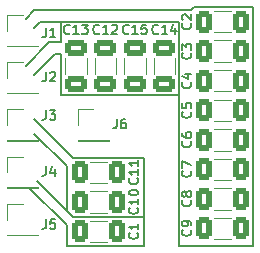
<source format=gto>
G04 #@! TF.GenerationSoftware,KiCad,Pcbnew,(7.0.0)*
G04 #@! TF.CreationDate,2023-03-10T18:26:51+01:00*
G04 #@! TF.ProjectId,CapacitorBox1206,43617061-6369-4746-9f72-426f78313230,rev?*
G04 #@! TF.SameCoordinates,Original*
G04 #@! TF.FileFunction,Legend,Top*
G04 #@! TF.FilePolarity,Positive*
%FSLAX46Y46*%
G04 Gerber Fmt 4.6, Leading zero omitted, Abs format (unit mm)*
G04 Created by KiCad (PCBNEW (7.0.0)) date 2023-03-10 18:26:51*
%MOMM*%
%LPD*%
G01*
G04 APERTURE LIST*
G04 Aperture macros list*
%AMRoundRect*
0 Rectangle with rounded corners*
0 $1 Rounding radius*
0 $2 $3 $4 $5 $6 $7 $8 $9 X,Y pos of 4 corners*
0 Add a 4 corners polygon primitive as box body*
4,1,4,$2,$3,$4,$5,$6,$7,$8,$9,$2,$3,0*
0 Add four circle primitives for the rounded corners*
1,1,$1+$1,$2,$3*
1,1,$1+$1,$4,$5*
1,1,$1+$1,$6,$7*
1,1,$1+$1,$8,$9*
0 Add four rect primitives between the rounded corners*
20,1,$1+$1,$2,$3,$4,$5,0*
20,1,$1+$1,$4,$5,$6,$7,0*
20,1,$1+$1,$6,$7,$8,$9,0*
20,1,$1+$1,$8,$9,$2,$3,0*%
G04 Aperture macros list end*
%ADD10C,0.150000*%
%ADD11C,0.120000*%
%ADD12RoundRect,0.250000X-0.412500X-0.650000X0.412500X-0.650000X0.412500X0.650000X-0.412500X0.650000X0*%
%ADD13RoundRect,0.250000X-0.650000X0.412500X-0.650000X-0.412500X0.650000X-0.412500X0.650000X0.412500X0*%
%ADD14R,1.700000X1.700000*%
G04 #@! TA.AperFunction,Profile*
%ADD15C,0.100000*%
G04 #@! TD*
G04 APERTURE END LIST*
D10*
X105250000Y-104000000D02*
X103250000Y-106000000D01*
X113250000Y-121250000D02*
X106750000Y-121250000D01*
X107250000Y-118750000D02*
X113250000Y-118750000D01*
X106750000Y-114500000D02*
X106750000Y-118250000D01*
X104000000Y-101250000D02*
X103250000Y-102000000D01*
X106250000Y-104000000D02*
X105250000Y-104000000D01*
X106750000Y-118250000D02*
X104250000Y-115750000D01*
X113250000Y-118750000D02*
X113250000Y-113750000D01*
X122500000Y-121250000D02*
X116250000Y-121250000D01*
X106750000Y-114500000D02*
X104000000Y-111750000D01*
X106750000Y-119500000D02*
X103500000Y-116330000D01*
X122500000Y-101000000D02*
X122500000Y-121250000D01*
X106250000Y-105000000D02*
X106250000Y-108500000D01*
X106250000Y-102250000D02*
X104500000Y-102250000D01*
X106750000Y-118250000D02*
X107250000Y-118750000D01*
X117500000Y-101000000D02*
X122500000Y-101000000D01*
X106750000Y-121250000D02*
X106750000Y-119500000D01*
X113250000Y-113750000D02*
X107250000Y-113750000D01*
X116250000Y-108500000D02*
X106250000Y-108500000D01*
X107250000Y-113750000D02*
X104000000Y-110500000D01*
X116250000Y-102250000D02*
X116250000Y-121250000D01*
X106250000Y-102250000D02*
X116250000Y-102250000D01*
X104500000Y-102250000D02*
X104000000Y-102750000D01*
X117500000Y-101000000D02*
X117250000Y-101250000D01*
X105750000Y-105000000D02*
X104000000Y-106750000D01*
X106250000Y-104000000D02*
X106250000Y-102250000D01*
X117250000Y-101250000D02*
X104000000Y-101250000D01*
X106250000Y-105000000D02*
X105750000Y-105000000D01*
X113250000Y-118750000D02*
X113250000Y-121250000D01*
X117217714Y-119883332D02*
X117255809Y-119921428D01*
X117255809Y-119921428D02*
X117293904Y-120035713D01*
X117293904Y-120035713D02*
X117293904Y-120111904D01*
X117293904Y-120111904D02*
X117255809Y-120226190D01*
X117255809Y-120226190D02*
X117179619Y-120302380D01*
X117179619Y-120302380D02*
X117103428Y-120340475D01*
X117103428Y-120340475D02*
X116951047Y-120378571D01*
X116951047Y-120378571D02*
X116836761Y-120378571D01*
X116836761Y-120378571D02*
X116684380Y-120340475D01*
X116684380Y-120340475D02*
X116608190Y-120302380D01*
X116608190Y-120302380D02*
X116532000Y-120226190D01*
X116532000Y-120226190D02*
X116493904Y-120111904D01*
X116493904Y-120111904D02*
X116493904Y-120035713D01*
X116493904Y-120035713D02*
X116532000Y-119921428D01*
X116532000Y-119921428D02*
X116570095Y-119883332D01*
X117293904Y-119502380D02*
X117293904Y-119349999D01*
X117293904Y-119349999D02*
X117255809Y-119273809D01*
X117255809Y-119273809D02*
X117217714Y-119235713D01*
X117217714Y-119235713D02*
X117103428Y-119159523D01*
X117103428Y-119159523D02*
X116951047Y-119121428D01*
X116951047Y-119121428D02*
X116646285Y-119121428D01*
X116646285Y-119121428D02*
X116570095Y-119159523D01*
X116570095Y-119159523D02*
X116532000Y-119197618D01*
X116532000Y-119197618D02*
X116493904Y-119273809D01*
X116493904Y-119273809D02*
X116493904Y-119426190D01*
X116493904Y-119426190D02*
X116532000Y-119502380D01*
X116532000Y-119502380D02*
X116570095Y-119540475D01*
X116570095Y-119540475D02*
X116646285Y-119578571D01*
X116646285Y-119578571D02*
X116836761Y-119578571D01*
X116836761Y-119578571D02*
X116912952Y-119540475D01*
X116912952Y-119540475D02*
X116951047Y-119502380D01*
X116951047Y-119502380D02*
X116989142Y-119426190D01*
X116989142Y-119426190D02*
X116989142Y-119273809D01*
X116989142Y-119273809D02*
X116951047Y-119197618D01*
X116951047Y-119197618D02*
X116912952Y-119159523D01*
X116912952Y-119159523D02*
X116836761Y-119121428D01*
X117217714Y-117383332D02*
X117255809Y-117421428D01*
X117255809Y-117421428D02*
X117293904Y-117535713D01*
X117293904Y-117535713D02*
X117293904Y-117611904D01*
X117293904Y-117611904D02*
X117255809Y-117726190D01*
X117255809Y-117726190D02*
X117179619Y-117802380D01*
X117179619Y-117802380D02*
X117103428Y-117840475D01*
X117103428Y-117840475D02*
X116951047Y-117878571D01*
X116951047Y-117878571D02*
X116836761Y-117878571D01*
X116836761Y-117878571D02*
X116684380Y-117840475D01*
X116684380Y-117840475D02*
X116608190Y-117802380D01*
X116608190Y-117802380D02*
X116532000Y-117726190D01*
X116532000Y-117726190D02*
X116493904Y-117611904D01*
X116493904Y-117611904D02*
X116493904Y-117535713D01*
X116493904Y-117535713D02*
X116532000Y-117421428D01*
X116532000Y-117421428D02*
X116570095Y-117383332D01*
X116836761Y-116926190D02*
X116798666Y-117002380D01*
X116798666Y-117002380D02*
X116760571Y-117040475D01*
X116760571Y-117040475D02*
X116684380Y-117078571D01*
X116684380Y-117078571D02*
X116646285Y-117078571D01*
X116646285Y-117078571D02*
X116570095Y-117040475D01*
X116570095Y-117040475D02*
X116532000Y-117002380D01*
X116532000Y-117002380D02*
X116493904Y-116926190D01*
X116493904Y-116926190D02*
X116493904Y-116773809D01*
X116493904Y-116773809D02*
X116532000Y-116697618D01*
X116532000Y-116697618D02*
X116570095Y-116659523D01*
X116570095Y-116659523D02*
X116646285Y-116621428D01*
X116646285Y-116621428D02*
X116684380Y-116621428D01*
X116684380Y-116621428D02*
X116760571Y-116659523D01*
X116760571Y-116659523D02*
X116798666Y-116697618D01*
X116798666Y-116697618D02*
X116836761Y-116773809D01*
X116836761Y-116773809D02*
X116836761Y-116926190D01*
X116836761Y-116926190D02*
X116874857Y-117002380D01*
X116874857Y-117002380D02*
X116912952Y-117040475D01*
X116912952Y-117040475D02*
X116989142Y-117078571D01*
X116989142Y-117078571D02*
X117141523Y-117078571D01*
X117141523Y-117078571D02*
X117217714Y-117040475D01*
X117217714Y-117040475D02*
X117255809Y-117002380D01*
X117255809Y-117002380D02*
X117293904Y-116926190D01*
X117293904Y-116926190D02*
X117293904Y-116773809D01*
X117293904Y-116773809D02*
X117255809Y-116697618D01*
X117255809Y-116697618D02*
X117217714Y-116659523D01*
X117217714Y-116659523D02*
X117141523Y-116621428D01*
X117141523Y-116621428D02*
X116989142Y-116621428D01*
X116989142Y-116621428D02*
X116912952Y-116659523D01*
X116912952Y-116659523D02*
X116874857Y-116697618D01*
X116874857Y-116697618D02*
X116836761Y-116773809D01*
X109485714Y-103217714D02*
X109447618Y-103255809D01*
X109447618Y-103255809D02*
X109333333Y-103293904D01*
X109333333Y-103293904D02*
X109257142Y-103293904D01*
X109257142Y-103293904D02*
X109142856Y-103255809D01*
X109142856Y-103255809D02*
X109066666Y-103179619D01*
X109066666Y-103179619D02*
X109028571Y-103103428D01*
X109028571Y-103103428D02*
X108990475Y-102951047D01*
X108990475Y-102951047D02*
X108990475Y-102836761D01*
X108990475Y-102836761D02*
X109028571Y-102684380D01*
X109028571Y-102684380D02*
X109066666Y-102608190D01*
X109066666Y-102608190D02*
X109142856Y-102532000D01*
X109142856Y-102532000D02*
X109257142Y-102493904D01*
X109257142Y-102493904D02*
X109333333Y-102493904D01*
X109333333Y-102493904D02*
X109447618Y-102532000D01*
X109447618Y-102532000D02*
X109485714Y-102570095D01*
X110247618Y-103293904D02*
X109790475Y-103293904D01*
X110019047Y-103293904D02*
X110019047Y-102493904D01*
X110019047Y-102493904D02*
X109942856Y-102608190D01*
X109942856Y-102608190D02*
X109866666Y-102684380D01*
X109866666Y-102684380D02*
X109790475Y-102722476D01*
X110552380Y-102570095D02*
X110590476Y-102532000D01*
X110590476Y-102532000D02*
X110666666Y-102493904D01*
X110666666Y-102493904D02*
X110857142Y-102493904D01*
X110857142Y-102493904D02*
X110933333Y-102532000D01*
X110933333Y-102532000D02*
X110971428Y-102570095D01*
X110971428Y-102570095D02*
X111009523Y-102646285D01*
X111009523Y-102646285D02*
X111009523Y-102722476D01*
X111009523Y-102722476D02*
X110971428Y-102836761D01*
X110971428Y-102836761D02*
X110514285Y-103293904D01*
X110514285Y-103293904D02*
X111009523Y-103293904D01*
X104983333Y-114493904D02*
X104983333Y-115065333D01*
X104983333Y-115065333D02*
X104945238Y-115179619D01*
X104945238Y-115179619D02*
X104869047Y-115255809D01*
X104869047Y-115255809D02*
X104754762Y-115293904D01*
X104754762Y-115293904D02*
X104678571Y-115293904D01*
X105707143Y-114760571D02*
X105707143Y-115293904D01*
X105516667Y-114455809D02*
X105326190Y-115027238D01*
X105326190Y-115027238D02*
X105821429Y-115027238D01*
X104983333Y-118993904D02*
X104983333Y-119565333D01*
X104983333Y-119565333D02*
X104945238Y-119679619D01*
X104945238Y-119679619D02*
X104869047Y-119755809D01*
X104869047Y-119755809D02*
X104754762Y-119793904D01*
X104754762Y-119793904D02*
X104678571Y-119793904D01*
X105745238Y-118993904D02*
X105364286Y-118993904D01*
X105364286Y-118993904D02*
X105326190Y-119374857D01*
X105326190Y-119374857D02*
X105364286Y-119336761D01*
X105364286Y-119336761D02*
X105440476Y-119298666D01*
X105440476Y-119298666D02*
X105630952Y-119298666D01*
X105630952Y-119298666D02*
X105707143Y-119336761D01*
X105707143Y-119336761D02*
X105745238Y-119374857D01*
X105745238Y-119374857D02*
X105783333Y-119451047D01*
X105783333Y-119451047D02*
X105783333Y-119641523D01*
X105783333Y-119641523D02*
X105745238Y-119717714D01*
X105745238Y-119717714D02*
X105707143Y-119755809D01*
X105707143Y-119755809D02*
X105630952Y-119793904D01*
X105630952Y-119793904D02*
X105440476Y-119793904D01*
X105440476Y-119793904D02*
X105364286Y-119755809D01*
X105364286Y-119755809D02*
X105326190Y-119717714D01*
X111985714Y-103217714D02*
X111947618Y-103255809D01*
X111947618Y-103255809D02*
X111833333Y-103293904D01*
X111833333Y-103293904D02*
X111757142Y-103293904D01*
X111757142Y-103293904D02*
X111642856Y-103255809D01*
X111642856Y-103255809D02*
X111566666Y-103179619D01*
X111566666Y-103179619D02*
X111528571Y-103103428D01*
X111528571Y-103103428D02*
X111490475Y-102951047D01*
X111490475Y-102951047D02*
X111490475Y-102836761D01*
X111490475Y-102836761D02*
X111528571Y-102684380D01*
X111528571Y-102684380D02*
X111566666Y-102608190D01*
X111566666Y-102608190D02*
X111642856Y-102532000D01*
X111642856Y-102532000D02*
X111757142Y-102493904D01*
X111757142Y-102493904D02*
X111833333Y-102493904D01*
X111833333Y-102493904D02*
X111947618Y-102532000D01*
X111947618Y-102532000D02*
X111985714Y-102570095D01*
X112747618Y-103293904D02*
X112290475Y-103293904D01*
X112519047Y-103293904D02*
X112519047Y-102493904D01*
X112519047Y-102493904D02*
X112442856Y-102608190D01*
X112442856Y-102608190D02*
X112366666Y-102684380D01*
X112366666Y-102684380D02*
X112290475Y-102722476D01*
X113471428Y-102493904D02*
X113090476Y-102493904D01*
X113090476Y-102493904D02*
X113052380Y-102874857D01*
X113052380Y-102874857D02*
X113090476Y-102836761D01*
X113090476Y-102836761D02*
X113166666Y-102798666D01*
X113166666Y-102798666D02*
X113357142Y-102798666D01*
X113357142Y-102798666D02*
X113433333Y-102836761D01*
X113433333Y-102836761D02*
X113471428Y-102874857D01*
X113471428Y-102874857D02*
X113509523Y-102951047D01*
X113509523Y-102951047D02*
X113509523Y-103141523D01*
X113509523Y-103141523D02*
X113471428Y-103217714D01*
X113471428Y-103217714D02*
X113433333Y-103255809D01*
X113433333Y-103255809D02*
X113357142Y-103293904D01*
X113357142Y-103293904D02*
X113166666Y-103293904D01*
X113166666Y-103293904D02*
X113090476Y-103255809D01*
X113090476Y-103255809D02*
X113052380Y-103217714D01*
X106985714Y-103217714D02*
X106947618Y-103255809D01*
X106947618Y-103255809D02*
X106833333Y-103293904D01*
X106833333Y-103293904D02*
X106757142Y-103293904D01*
X106757142Y-103293904D02*
X106642856Y-103255809D01*
X106642856Y-103255809D02*
X106566666Y-103179619D01*
X106566666Y-103179619D02*
X106528571Y-103103428D01*
X106528571Y-103103428D02*
X106490475Y-102951047D01*
X106490475Y-102951047D02*
X106490475Y-102836761D01*
X106490475Y-102836761D02*
X106528571Y-102684380D01*
X106528571Y-102684380D02*
X106566666Y-102608190D01*
X106566666Y-102608190D02*
X106642856Y-102532000D01*
X106642856Y-102532000D02*
X106757142Y-102493904D01*
X106757142Y-102493904D02*
X106833333Y-102493904D01*
X106833333Y-102493904D02*
X106947618Y-102532000D01*
X106947618Y-102532000D02*
X106985714Y-102570095D01*
X107747618Y-103293904D02*
X107290475Y-103293904D01*
X107519047Y-103293904D02*
X107519047Y-102493904D01*
X107519047Y-102493904D02*
X107442856Y-102608190D01*
X107442856Y-102608190D02*
X107366666Y-102684380D01*
X107366666Y-102684380D02*
X107290475Y-102722476D01*
X108014285Y-102493904D02*
X108509523Y-102493904D01*
X108509523Y-102493904D02*
X108242857Y-102798666D01*
X108242857Y-102798666D02*
X108357142Y-102798666D01*
X108357142Y-102798666D02*
X108433333Y-102836761D01*
X108433333Y-102836761D02*
X108471428Y-102874857D01*
X108471428Y-102874857D02*
X108509523Y-102951047D01*
X108509523Y-102951047D02*
X108509523Y-103141523D01*
X108509523Y-103141523D02*
X108471428Y-103217714D01*
X108471428Y-103217714D02*
X108433333Y-103255809D01*
X108433333Y-103255809D02*
X108357142Y-103293904D01*
X108357142Y-103293904D02*
X108128571Y-103293904D01*
X108128571Y-103293904D02*
X108052380Y-103255809D01*
X108052380Y-103255809D02*
X108014285Y-103217714D01*
X104983333Y-102743904D02*
X104983333Y-103315333D01*
X104983333Y-103315333D02*
X104945238Y-103429619D01*
X104945238Y-103429619D02*
X104869047Y-103505809D01*
X104869047Y-103505809D02*
X104754762Y-103543904D01*
X104754762Y-103543904D02*
X104678571Y-103543904D01*
X105783333Y-103543904D02*
X105326190Y-103543904D01*
X105554762Y-103543904D02*
X105554762Y-102743904D01*
X105554762Y-102743904D02*
X105478571Y-102858190D01*
X105478571Y-102858190D02*
X105402381Y-102934380D01*
X105402381Y-102934380D02*
X105326190Y-102972476D01*
X110983333Y-110493904D02*
X110983333Y-111065333D01*
X110983333Y-111065333D02*
X110945238Y-111179619D01*
X110945238Y-111179619D02*
X110869047Y-111255809D01*
X110869047Y-111255809D02*
X110754762Y-111293904D01*
X110754762Y-111293904D02*
X110678571Y-111293904D01*
X111707143Y-110493904D02*
X111554762Y-110493904D01*
X111554762Y-110493904D02*
X111478571Y-110532000D01*
X111478571Y-110532000D02*
X111440476Y-110570095D01*
X111440476Y-110570095D02*
X111364286Y-110684380D01*
X111364286Y-110684380D02*
X111326190Y-110836761D01*
X111326190Y-110836761D02*
X111326190Y-111141523D01*
X111326190Y-111141523D02*
X111364286Y-111217714D01*
X111364286Y-111217714D02*
X111402381Y-111255809D01*
X111402381Y-111255809D02*
X111478571Y-111293904D01*
X111478571Y-111293904D02*
X111630952Y-111293904D01*
X111630952Y-111293904D02*
X111707143Y-111255809D01*
X111707143Y-111255809D02*
X111745238Y-111217714D01*
X111745238Y-111217714D02*
X111783333Y-111141523D01*
X111783333Y-111141523D02*
X111783333Y-110951047D01*
X111783333Y-110951047D02*
X111745238Y-110874857D01*
X111745238Y-110874857D02*
X111707143Y-110836761D01*
X111707143Y-110836761D02*
X111630952Y-110798666D01*
X111630952Y-110798666D02*
X111478571Y-110798666D01*
X111478571Y-110798666D02*
X111402381Y-110836761D01*
X111402381Y-110836761D02*
X111364286Y-110874857D01*
X111364286Y-110874857D02*
X111326190Y-110951047D01*
X112717714Y-118014285D02*
X112755809Y-118052381D01*
X112755809Y-118052381D02*
X112793904Y-118166666D01*
X112793904Y-118166666D02*
X112793904Y-118242857D01*
X112793904Y-118242857D02*
X112755809Y-118357143D01*
X112755809Y-118357143D02*
X112679619Y-118433333D01*
X112679619Y-118433333D02*
X112603428Y-118471428D01*
X112603428Y-118471428D02*
X112451047Y-118509524D01*
X112451047Y-118509524D02*
X112336761Y-118509524D01*
X112336761Y-118509524D02*
X112184380Y-118471428D01*
X112184380Y-118471428D02*
X112108190Y-118433333D01*
X112108190Y-118433333D02*
X112032000Y-118357143D01*
X112032000Y-118357143D02*
X111993904Y-118242857D01*
X111993904Y-118242857D02*
X111993904Y-118166666D01*
X111993904Y-118166666D02*
X112032000Y-118052381D01*
X112032000Y-118052381D02*
X112070095Y-118014285D01*
X112793904Y-117252381D02*
X112793904Y-117709524D01*
X112793904Y-117480952D02*
X111993904Y-117480952D01*
X111993904Y-117480952D02*
X112108190Y-117557143D01*
X112108190Y-117557143D02*
X112184380Y-117633333D01*
X112184380Y-117633333D02*
X112222476Y-117709524D01*
X111993904Y-116757142D02*
X111993904Y-116680952D01*
X111993904Y-116680952D02*
X112032000Y-116604761D01*
X112032000Y-116604761D02*
X112070095Y-116566666D01*
X112070095Y-116566666D02*
X112146285Y-116528571D01*
X112146285Y-116528571D02*
X112298666Y-116490476D01*
X112298666Y-116490476D02*
X112489142Y-116490476D01*
X112489142Y-116490476D02*
X112641523Y-116528571D01*
X112641523Y-116528571D02*
X112717714Y-116566666D01*
X112717714Y-116566666D02*
X112755809Y-116604761D01*
X112755809Y-116604761D02*
X112793904Y-116680952D01*
X112793904Y-116680952D02*
X112793904Y-116757142D01*
X112793904Y-116757142D02*
X112755809Y-116833333D01*
X112755809Y-116833333D02*
X112717714Y-116871428D01*
X112717714Y-116871428D02*
X112641523Y-116909523D01*
X112641523Y-116909523D02*
X112489142Y-116947619D01*
X112489142Y-116947619D02*
X112298666Y-116947619D01*
X112298666Y-116947619D02*
X112146285Y-116909523D01*
X112146285Y-116909523D02*
X112070095Y-116871428D01*
X112070095Y-116871428D02*
X112032000Y-116833333D01*
X112032000Y-116833333D02*
X111993904Y-116757142D01*
X114485714Y-103217714D02*
X114447618Y-103255809D01*
X114447618Y-103255809D02*
X114333333Y-103293904D01*
X114333333Y-103293904D02*
X114257142Y-103293904D01*
X114257142Y-103293904D02*
X114142856Y-103255809D01*
X114142856Y-103255809D02*
X114066666Y-103179619D01*
X114066666Y-103179619D02*
X114028571Y-103103428D01*
X114028571Y-103103428D02*
X113990475Y-102951047D01*
X113990475Y-102951047D02*
X113990475Y-102836761D01*
X113990475Y-102836761D02*
X114028571Y-102684380D01*
X114028571Y-102684380D02*
X114066666Y-102608190D01*
X114066666Y-102608190D02*
X114142856Y-102532000D01*
X114142856Y-102532000D02*
X114257142Y-102493904D01*
X114257142Y-102493904D02*
X114333333Y-102493904D01*
X114333333Y-102493904D02*
X114447618Y-102532000D01*
X114447618Y-102532000D02*
X114485714Y-102570095D01*
X115247618Y-103293904D02*
X114790475Y-103293904D01*
X115019047Y-103293904D02*
X115019047Y-102493904D01*
X115019047Y-102493904D02*
X114942856Y-102608190D01*
X114942856Y-102608190D02*
X114866666Y-102684380D01*
X114866666Y-102684380D02*
X114790475Y-102722476D01*
X115933333Y-102760571D02*
X115933333Y-103293904D01*
X115742857Y-102455809D02*
X115552380Y-103027238D01*
X115552380Y-103027238D02*
X116047619Y-103027238D01*
X117217714Y-114883332D02*
X117255809Y-114921428D01*
X117255809Y-114921428D02*
X117293904Y-115035713D01*
X117293904Y-115035713D02*
X117293904Y-115111904D01*
X117293904Y-115111904D02*
X117255809Y-115226190D01*
X117255809Y-115226190D02*
X117179619Y-115302380D01*
X117179619Y-115302380D02*
X117103428Y-115340475D01*
X117103428Y-115340475D02*
X116951047Y-115378571D01*
X116951047Y-115378571D02*
X116836761Y-115378571D01*
X116836761Y-115378571D02*
X116684380Y-115340475D01*
X116684380Y-115340475D02*
X116608190Y-115302380D01*
X116608190Y-115302380D02*
X116532000Y-115226190D01*
X116532000Y-115226190D02*
X116493904Y-115111904D01*
X116493904Y-115111904D02*
X116493904Y-115035713D01*
X116493904Y-115035713D02*
X116532000Y-114921428D01*
X116532000Y-114921428D02*
X116570095Y-114883332D01*
X116493904Y-114616666D02*
X116493904Y-114083332D01*
X116493904Y-114083332D02*
X117293904Y-114426190D01*
X117217714Y-104883332D02*
X117255809Y-104921428D01*
X117255809Y-104921428D02*
X117293904Y-105035713D01*
X117293904Y-105035713D02*
X117293904Y-105111904D01*
X117293904Y-105111904D02*
X117255809Y-105226190D01*
X117255809Y-105226190D02*
X117179619Y-105302380D01*
X117179619Y-105302380D02*
X117103428Y-105340475D01*
X117103428Y-105340475D02*
X116951047Y-105378571D01*
X116951047Y-105378571D02*
X116836761Y-105378571D01*
X116836761Y-105378571D02*
X116684380Y-105340475D01*
X116684380Y-105340475D02*
X116608190Y-105302380D01*
X116608190Y-105302380D02*
X116532000Y-105226190D01*
X116532000Y-105226190D02*
X116493904Y-105111904D01*
X116493904Y-105111904D02*
X116493904Y-105035713D01*
X116493904Y-105035713D02*
X116532000Y-104921428D01*
X116532000Y-104921428D02*
X116570095Y-104883332D01*
X116493904Y-104616666D02*
X116493904Y-104121428D01*
X116493904Y-104121428D02*
X116798666Y-104388094D01*
X116798666Y-104388094D02*
X116798666Y-104273809D01*
X116798666Y-104273809D02*
X116836761Y-104197618D01*
X116836761Y-104197618D02*
X116874857Y-104159523D01*
X116874857Y-104159523D02*
X116951047Y-104121428D01*
X116951047Y-104121428D02*
X117141523Y-104121428D01*
X117141523Y-104121428D02*
X117217714Y-104159523D01*
X117217714Y-104159523D02*
X117255809Y-104197618D01*
X117255809Y-104197618D02*
X117293904Y-104273809D01*
X117293904Y-104273809D02*
X117293904Y-104502380D01*
X117293904Y-104502380D02*
X117255809Y-104578571D01*
X117255809Y-104578571D02*
X117217714Y-104616666D01*
X104983333Y-109743904D02*
X104983333Y-110315333D01*
X104983333Y-110315333D02*
X104945238Y-110429619D01*
X104945238Y-110429619D02*
X104869047Y-110505809D01*
X104869047Y-110505809D02*
X104754762Y-110543904D01*
X104754762Y-110543904D02*
X104678571Y-110543904D01*
X105288095Y-109743904D02*
X105783333Y-109743904D01*
X105783333Y-109743904D02*
X105516667Y-110048666D01*
X105516667Y-110048666D02*
X105630952Y-110048666D01*
X105630952Y-110048666D02*
X105707143Y-110086761D01*
X105707143Y-110086761D02*
X105745238Y-110124857D01*
X105745238Y-110124857D02*
X105783333Y-110201047D01*
X105783333Y-110201047D02*
X105783333Y-110391523D01*
X105783333Y-110391523D02*
X105745238Y-110467714D01*
X105745238Y-110467714D02*
X105707143Y-110505809D01*
X105707143Y-110505809D02*
X105630952Y-110543904D01*
X105630952Y-110543904D02*
X105402381Y-110543904D01*
X105402381Y-110543904D02*
X105326190Y-110505809D01*
X105326190Y-110505809D02*
X105288095Y-110467714D01*
X117217714Y-107383332D02*
X117255809Y-107421428D01*
X117255809Y-107421428D02*
X117293904Y-107535713D01*
X117293904Y-107535713D02*
X117293904Y-107611904D01*
X117293904Y-107611904D02*
X117255809Y-107726190D01*
X117255809Y-107726190D02*
X117179619Y-107802380D01*
X117179619Y-107802380D02*
X117103428Y-107840475D01*
X117103428Y-107840475D02*
X116951047Y-107878571D01*
X116951047Y-107878571D02*
X116836761Y-107878571D01*
X116836761Y-107878571D02*
X116684380Y-107840475D01*
X116684380Y-107840475D02*
X116608190Y-107802380D01*
X116608190Y-107802380D02*
X116532000Y-107726190D01*
X116532000Y-107726190D02*
X116493904Y-107611904D01*
X116493904Y-107611904D02*
X116493904Y-107535713D01*
X116493904Y-107535713D02*
X116532000Y-107421428D01*
X116532000Y-107421428D02*
X116570095Y-107383332D01*
X116760571Y-106697618D02*
X117293904Y-106697618D01*
X116455809Y-106888094D02*
X117027238Y-107078571D01*
X117027238Y-107078571D02*
X117027238Y-106583332D01*
X117217714Y-102383332D02*
X117255809Y-102421428D01*
X117255809Y-102421428D02*
X117293904Y-102535713D01*
X117293904Y-102535713D02*
X117293904Y-102611904D01*
X117293904Y-102611904D02*
X117255809Y-102726190D01*
X117255809Y-102726190D02*
X117179619Y-102802380D01*
X117179619Y-102802380D02*
X117103428Y-102840475D01*
X117103428Y-102840475D02*
X116951047Y-102878571D01*
X116951047Y-102878571D02*
X116836761Y-102878571D01*
X116836761Y-102878571D02*
X116684380Y-102840475D01*
X116684380Y-102840475D02*
X116608190Y-102802380D01*
X116608190Y-102802380D02*
X116532000Y-102726190D01*
X116532000Y-102726190D02*
X116493904Y-102611904D01*
X116493904Y-102611904D02*
X116493904Y-102535713D01*
X116493904Y-102535713D02*
X116532000Y-102421428D01*
X116532000Y-102421428D02*
X116570095Y-102383332D01*
X116570095Y-102078571D02*
X116532000Y-102040475D01*
X116532000Y-102040475D02*
X116493904Y-101964285D01*
X116493904Y-101964285D02*
X116493904Y-101773809D01*
X116493904Y-101773809D02*
X116532000Y-101697618D01*
X116532000Y-101697618D02*
X116570095Y-101659523D01*
X116570095Y-101659523D02*
X116646285Y-101621428D01*
X116646285Y-101621428D02*
X116722476Y-101621428D01*
X116722476Y-101621428D02*
X116836761Y-101659523D01*
X116836761Y-101659523D02*
X117293904Y-102116666D01*
X117293904Y-102116666D02*
X117293904Y-101621428D01*
X117217714Y-112383332D02*
X117255809Y-112421428D01*
X117255809Y-112421428D02*
X117293904Y-112535713D01*
X117293904Y-112535713D02*
X117293904Y-112611904D01*
X117293904Y-112611904D02*
X117255809Y-112726190D01*
X117255809Y-112726190D02*
X117179619Y-112802380D01*
X117179619Y-112802380D02*
X117103428Y-112840475D01*
X117103428Y-112840475D02*
X116951047Y-112878571D01*
X116951047Y-112878571D02*
X116836761Y-112878571D01*
X116836761Y-112878571D02*
X116684380Y-112840475D01*
X116684380Y-112840475D02*
X116608190Y-112802380D01*
X116608190Y-112802380D02*
X116532000Y-112726190D01*
X116532000Y-112726190D02*
X116493904Y-112611904D01*
X116493904Y-112611904D02*
X116493904Y-112535713D01*
X116493904Y-112535713D02*
X116532000Y-112421428D01*
X116532000Y-112421428D02*
X116570095Y-112383332D01*
X116493904Y-111697618D02*
X116493904Y-111849999D01*
X116493904Y-111849999D02*
X116532000Y-111926190D01*
X116532000Y-111926190D02*
X116570095Y-111964285D01*
X116570095Y-111964285D02*
X116684380Y-112040475D01*
X116684380Y-112040475D02*
X116836761Y-112078571D01*
X116836761Y-112078571D02*
X117141523Y-112078571D01*
X117141523Y-112078571D02*
X117217714Y-112040475D01*
X117217714Y-112040475D02*
X117255809Y-112002380D01*
X117255809Y-112002380D02*
X117293904Y-111926190D01*
X117293904Y-111926190D02*
X117293904Y-111773809D01*
X117293904Y-111773809D02*
X117255809Y-111697618D01*
X117255809Y-111697618D02*
X117217714Y-111659523D01*
X117217714Y-111659523D02*
X117141523Y-111621428D01*
X117141523Y-111621428D02*
X116951047Y-111621428D01*
X116951047Y-111621428D02*
X116874857Y-111659523D01*
X116874857Y-111659523D02*
X116836761Y-111697618D01*
X116836761Y-111697618D02*
X116798666Y-111773809D01*
X116798666Y-111773809D02*
X116798666Y-111926190D01*
X116798666Y-111926190D02*
X116836761Y-112002380D01*
X116836761Y-112002380D02*
X116874857Y-112040475D01*
X116874857Y-112040475D02*
X116951047Y-112078571D01*
X112717714Y-115514285D02*
X112755809Y-115552381D01*
X112755809Y-115552381D02*
X112793904Y-115666666D01*
X112793904Y-115666666D02*
X112793904Y-115742857D01*
X112793904Y-115742857D02*
X112755809Y-115857143D01*
X112755809Y-115857143D02*
X112679619Y-115933333D01*
X112679619Y-115933333D02*
X112603428Y-115971428D01*
X112603428Y-115971428D02*
X112451047Y-116009524D01*
X112451047Y-116009524D02*
X112336761Y-116009524D01*
X112336761Y-116009524D02*
X112184380Y-115971428D01*
X112184380Y-115971428D02*
X112108190Y-115933333D01*
X112108190Y-115933333D02*
X112032000Y-115857143D01*
X112032000Y-115857143D02*
X111993904Y-115742857D01*
X111993904Y-115742857D02*
X111993904Y-115666666D01*
X111993904Y-115666666D02*
X112032000Y-115552381D01*
X112032000Y-115552381D02*
X112070095Y-115514285D01*
X112793904Y-114752381D02*
X112793904Y-115209524D01*
X112793904Y-114980952D02*
X111993904Y-114980952D01*
X111993904Y-114980952D02*
X112108190Y-115057143D01*
X112108190Y-115057143D02*
X112184380Y-115133333D01*
X112184380Y-115133333D02*
X112222476Y-115209524D01*
X112793904Y-113990476D02*
X112793904Y-114447619D01*
X112793904Y-114219047D02*
X111993904Y-114219047D01*
X111993904Y-114219047D02*
X112108190Y-114295238D01*
X112108190Y-114295238D02*
X112184380Y-114371428D01*
X112184380Y-114371428D02*
X112222476Y-114447619D01*
X104983333Y-106493904D02*
X104983333Y-107065333D01*
X104983333Y-107065333D02*
X104945238Y-107179619D01*
X104945238Y-107179619D02*
X104869047Y-107255809D01*
X104869047Y-107255809D02*
X104754762Y-107293904D01*
X104754762Y-107293904D02*
X104678571Y-107293904D01*
X105326190Y-106570095D02*
X105364286Y-106532000D01*
X105364286Y-106532000D02*
X105440476Y-106493904D01*
X105440476Y-106493904D02*
X105630952Y-106493904D01*
X105630952Y-106493904D02*
X105707143Y-106532000D01*
X105707143Y-106532000D02*
X105745238Y-106570095D01*
X105745238Y-106570095D02*
X105783333Y-106646285D01*
X105783333Y-106646285D02*
X105783333Y-106722476D01*
X105783333Y-106722476D02*
X105745238Y-106836761D01*
X105745238Y-106836761D02*
X105288095Y-107293904D01*
X105288095Y-107293904D02*
X105783333Y-107293904D01*
X117217714Y-109883332D02*
X117255809Y-109921428D01*
X117255809Y-109921428D02*
X117293904Y-110035713D01*
X117293904Y-110035713D02*
X117293904Y-110111904D01*
X117293904Y-110111904D02*
X117255809Y-110226190D01*
X117255809Y-110226190D02*
X117179619Y-110302380D01*
X117179619Y-110302380D02*
X117103428Y-110340475D01*
X117103428Y-110340475D02*
X116951047Y-110378571D01*
X116951047Y-110378571D02*
X116836761Y-110378571D01*
X116836761Y-110378571D02*
X116684380Y-110340475D01*
X116684380Y-110340475D02*
X116608190Y-110302380D01*
X116608190Y-110302380D02*
X116532000Y-110226190D01*
X116532000Y-110226190D02*
X116493904Y-110111904D01*
X116493904Y-110111904D02*
X116493904Y-110035713D01*
X116493904Y-110035713D02*
X116532000Y-109921428D01*
X116532000Y-109921428D02*
X116570095Y-109883332D01*
X116493904Y-109159523D02*
X116493904Y-109540475D01*
X116493904Y-109540475D02*
X116874857Y-109578571D01*
X116874857Y-109578571D02*
X116836761Y-109540475D01*
X116836761Y-109540475D02*
X116798666Y-109464285D01*
X116798666Y-109464285D02*
X116798666Y-109273809D01*
X116798666Y-109273809D02*
X116836761Y-109197618D01*
X116836761Y-109197618D02*
X116874857Y-109159523D01*
X116874857Y-109159523D02*
X116951047Y-109121428D01*
X116951047Y-109121428D02*
X117141523Y-109121428D01*
X117141523Y-109121428D02*
X117217714Y-109159523D01*
X117217714Y-109159523D02*
X117255809Y-109197618D01*
X117255809Y-109197618D02*
X117293904Y-109273809D01*
X117293904Y-109273809D02*
X117293904Y-109464285D01*
X117293904Y-109464285D02*
X117255809Y-109540475D01*
X117255809Y-109540475D02*
X117217714Y-109578571D01*
X112717714Y-120133332D02*
X112755809Y-120171428D01*
X112755809Y-120171428D02*
X112793904Y-120285713D01*
X112793904Y-120285713D02*
X112793904Y-120361904D01*
X112793904Y-120361904D02*
X112755809Y-120476190D01*
X112755809Y-120476190D02*
X112679619Y-120552380D01*
X112679619Y-120552380D02*
X112603428Y-120590475D01*
X112603428Y-120590475D02*
X112451047Y-120628571D01*
X112451047Y-120628571D02*
X112336761Y-120628571D01*
X112336761Y-120628571D02*
X112184380Y-120590475D01*
X112184380Y-120590475D02*
X112108190Y-120552380D01*
X112108190Y-120552380D02*
X112032000Y-120476190D01*
X112032000Y-120476190D02*
X111993904Y-120361904D01*
X111993904Y-120361904D02*
X111993904Y-120285713D01*
X111993904Y-120285713D02*
X112032000Y-120171428D01*
X112032000Y-120171428D02*
X112070095Y-120133332D01*
X112793904Y-119371428D02*
X112793904Y-119828571D01*
X112793904Y-119599999D02*
X111993904Y-119599999D01*
X111993904Y-119599999D02*
X112108190Y-119676190D01*
X112108190Y-119676190D02*
X112184380Y-119752380D01*
X112184380Y-119752380D02*
X112222476Y-119828571D01*
D11*
X119226248Y-118840000D02*
X120648752Y-118840000D01*
X119226248Y-120660000D02*
X120648752Y-120660000D01*
X119226248Y-116340000D02*
X120648752Y-116340000D01*
X119226248Y-118160000D02*
X120648752Y-118160000D01*
X110910000Y-105288748D02*
X110910000Y-106711252D01*
X109090000Y-105288748D02*
X109090000Y-106711252D01*
X101670000Y-115000000D02*
X101670000Y-113670000D01*
X101670000Y-116330000D02*
X104330000Y-116330000D01*
X104330000Y-116270000D02*
X104330000Y-116330000D01*
X101670000Y-116270000D02*
X104330000Y-116270000D01*
X101670000Y-116270000D02*
X101670000Y-116330000D01*
X101670000Y-113670000D02*
X103000000Y-113670000D01*
X101670000Y-117670000D02*
X103000000Y-117670000D01*
X101670000Y-120330000D02*
X104330000Y-120330000D01*
X101670000Y-120270000D02*
X104330000Y-120270000D01*
X101670000Y-120270000D02*
X101670000Y-120330000D01*
X101670000Y-119000000D02*
X101670000Y-117670000D01*
X104330000Y-120270000D02*
X104330000Y-120330000D01*
X113410000Y-105288748D02*
X113410000Y-106711252D01*
X111590000Y-105288748D02*
X111590000Y-106711252D01*
X108410000Y-105288748D02*
X108410000Y-106711252D01*
X106590000Y-105288748D02*
X106590000Y-106711252D01*
X101670000Y-104270000D02*
X101670000Y-104330000D01*
X101670000Y-104330000D02*
X104330000Y-104330000D01*
X101670000Y-104270000D02*
X104330000Y-104270000D01*
X101670000Y-101670000D02*
X103000000Y-101670000D01*
X104330000Y-104270000D02*
X104330000Y-104330000D01*
X101670000Y-103000000D02*
X101670000Y-101670000D01*
X107670000Y-109670000D02*
X109000000Y-109670000D01*
X107670000Y-111000000D02*
X107670000Y-109670000D01*
X110330000Y-112270000D02*
X110330000Y-112330000D01*
X107670000Y-112270000D02*
X110330000Y-112270000D01*
X107670000Y-112270000D02*
X107670000Y-112330000D01*
X107670000Y-112330000D02*
X110330000Y-112330000D01*
X108726248Y-118410000D02*
X110148752Y-118410000D01*
X108726248Y-116590000D02*
X110148752Y-116590000D01*
X115910000Y-105288748D02*
X115910000Y-106711252D01*
X114090000Y-105288748D02*
X114090000Y-106711252D01*
X119226248Y-113840000D02*
X120648752Y-113840000D01*
X119226248Y-115660000D02*
X120648752Y-115660000D01*
X119226248Y-105660000D02*
X120648752Y-105660000D01*
X119226248Y-103840000D02*
X120648752Y-103840000D01*
X101670000Y-112330000D02*
X104330000Y-112330000D01*
X104330000Y-112270000D02*
X104330000Y-112330000D01*
X101670000Y-112270000D02*
X104330000Y-112270000D01*
X101670000Y-112270000D02*
X101670000Y-112330000D01*
X101670000Y-109670000D02*
X103000000Y-109670000D01*
X101670000Y-111000000D02*
X101670000Y-109670000D01*
X119226248Y-108160000D02*
X120648752Y-108160000D01*
X119226248Y-106340000D02*
X120648752Y-106340000D01*
X119226248Y-101340000D02*
X120648752Y-101340000D01*
X119226248Y-103160000D02*
X120648752Y-103160000D01*
X119226248Y-111340000D02*
X120648752Y-111340000D01*
X119226248Y-113160000D02*
X120648752Y-113160000D01*
X108726248Y-114090000D02*
X110148752Y-114090000D01*
X108726248Y-115910000D02*
X110148752Y-115910000D01*
X101670000Y-107000000D02*
X101670000Y-105670000D01*
X101670000Y-108330000D02*
X104330000Y-108330000D01*
X101670000Y-108270000D02*
X101670000Y-108330000D01*
X104330000Y-108270000D02*
X104330000Y-108330000D01*
X101670000Y-108270000D02*
X104330000Y-108270000D01*
X101670000Y-105670000D02*
X103000000Y-105670000D01*
X119226248Y-110660000D02*
X120648752Y-110660000D01*
X119226248Y-108840000D02*
X120648752Y-108840000D01*
X108726248Y-120910000D02*
X110148752Y-120910000D01*
X108726248Y-119090000D02*
X110148752Y-119090000D01*
%LPC*%
D12*
X118375000Y-119750000D03*
X121500000Y-119750000D03*
X118375000Y-117250000D03*
X121500000Y-117250000D03*
D13*
X110000000Y-104437500D03*
X110000000Y-107562500D03*
D14*
X102999999Y-114999999D03*
X102999999Y-118999999D03*
D13*
X112500000Y-104437500D03*
X112500000Y-107562500D03*
X107500000Y-104437500D03*
X107500000Y-107562500D03*
D14*
X102999999Y-102999999D03*
X108999999Y-110999999D03*
D12*
X107875000Y-117500000D03*
X111000000Y-117500000D03*
D13*
X115000000Y-104437500D03*
X115000000Y-107562500D03*
D12*
X118375000Y-114750000D03*
X121500000Y-114750000D03*
X118375000Y-104750000D03*
X121500000Y-104750000D03*
D14*
X102999999Y-110999999D03*
D12*
X118375000Y-107250000D03*
X121500000Y-107250000D03*
X118375000Y-102250000D03*
X121500000Y-102250000D03*
X118375000Y-112250000D03*
X121500000Y-112250000D03*
X107875000Y-115000000D03*
X111000000Y-115000000D03*
D14*
X102999999Y-106999999D03*
D12*
X118375000Y-109750000D03*
X121500000Y-109750000D03*
X107875000Y-120000000D03*
X111000000Y-120000000D03*
D15*
X101000000Y-100000000D02*
X123000000Y-100000000D01*
X123000000Y-100000000D02*
X123000000Y-122000000D01*
X123000000Y-122000000D02*
X101000000Y-122000000D01*
X101000000Y-100000000D02*
X101000000Y-122000000D01*
M02*

</source>
